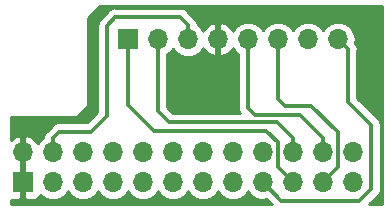
<source format=gbr>
G04 #@! TF.GenerationSoftware,KiCad,Pcbnew,(6.0.0-rc1-dev)*
G04 #@! TF.CreationDate,2018-07-25T09:22:39-05:00*
G04 #@! TF.ProjectId,Flir3,466C6972332E6B696361645F70636200,rev?*
G04 #@! TF.SameCoordinates,Original*
G04 #@! TF.FileFunction,Copper,L1,Top,Signal*
G04 #@! TF.FilePolarity,Positive*
%FSLAX46Y46*%
G04 Gerber Fmt 4.6, Leading zero omitted, Abs format (unit mm)*
G04 Created by KiCad (PCBNEW (6.0.0-rc1-dev)) date 07/25/18 09:22:39*
%MOMM*%
%LPD*%
G01*
G04 APERTURE LIST*
G04 #@! TA.AperFunction,ComponentPad*
%ADD10O,1.700000X1.700000*%
G04 #@! TD*
G04 #@! TA.AperFunction,ComponentPad*
%ADD11R,1.700000X1.700000*%
G04 #@! TD*
G04 #@! TA.AperFunction,Conductor*
%ADD12C,0.350000*%
G04 #@! TD*
G04 #@! TA.AperFunction,Conductor*
%ADD13C,0.250000*%
G04 #@! TD*
G04 #@! TA.AperFunction,Conductor*
%ADD14C,0.254000*%
G04 #@! TD*
G04 APERTURE END LIST*
D10*
G04 #@! TO.P,J1,8*
G04 #@! TO.N,Net-(J1-Pad8)*
X117094000Y-103733600D03*
G04 #@! TO.P,J1,7*
G04 #@! TO.N,Net-(J1-Pad7)*
X114554000Y-103733600D03*
G04 #@! TO.P,J1,6*
G04 #@! TO.N,Net-(J1-Pad6)*
X112014000Y-103733600D03*
G04 #@! TO.P,J1,5*
G04 #@! TO.N,Net-(J1-Pad5)*
X109474000Y-103733600D03*
G04 #@! TO.P,J1,4*
G04 #@! TO.N,GNDD*
X106934000Y-103733600D03*
G04 #@! TO.P,J1,3*
G04 #@! TO.N,+3V3*
X104394000Y-103733600D03*
G04 #@! TO.P,J1,2*
G04 #@! TO.N,Net-(J1-Pad2)*
X101854000Y-103733600D03*
D11*
G04 #@! TO.P,J1,1*
G04 #@! TO.N,Net-(J1-Pad1)*
X99314000Y-103733600D03*
G04 #@! TD*
D10*
G04 #@! TO.P,J2,24*
G04 #@! TO.N,Net-(J2-Pad24)*
X118364000Y-113284000D03*
G04 #@! TO.P,J2,23*
G04 #@! TO.N,Net-(J2-Pad23)*
X118364000Y-115824000D03*
G04 #@! TO.P,J2,22*
G04 #@! TO.N,Net-(J1-Pad5)*
X115824000Y-113284000D03*
G04 #@! TO.P,J2,21*
G04 #@! TO.N,Net-(J1-Pad6)*
X115824000Y-115824000D03*
G04 #@! TO.P,J2,20*
G04 #@! TO.N,Net-(J1-Pad2)*
X113284000Y-113284000D03*
G04 #@! TO.P,J2,19*
G04 #@! TO.N,Net-(J1-Pad1)*
X113284000Y-115824000D03*
G04 #@! TO.P,J2,18*
G04 #@! TO.N,Net-(J2-Pad18)*
X110744000Y-113284000D03*
G04 #@! TO.P,J2,17*
G04 #@! TO.N,Net-(J1-Pad8)*
X110744000Y-115824000D03*
G04 #@! TO.P,J2,16*
G04 #@! TO.N,Net-(J2-Pad16)*
X108204000Y-113284000D03*
G04 #@! TO.P,J2,15*
G04 #@! TO.N,Net-(J2-Pad15)*
X108204000Y-115824000D03*
G04 #@! TO.P,J2,14*
G04 #@! TO.N,Net-(J2-Pad14)*
X105664000Y-113284000D03*
G04 #@! TO.P,J2,13*
G04 #@! TO.N,Net-(J2-Pad13)*
X105664000Y-115824000D03*
G04 #@! TO.P,J2,12*
G04 #@! TO.N,Net-(J2-Pad12)*
X103124000Y-113284000D03*
G04 #@! TO.P,J2,11*
G04 #@! TO.N,Net-(J2-Pad11)*
X103124000Y-115824000D03*
G04 #@! TO.P,J2,10*
G04 #@! TO.N,Net-(J2-Pad10)*
X100584000Y-113284000D03*
G04 #@! TO.P,J2,9*
G04 #@! TO.N,Net-(J2-Pad9)*
X100584000Y-115824000D03*
G04 #@! TO.P,J2,8*
G04 #@! TO.N,SYS_5V*
X98044000Y-113284000D03*
G04 #@! TO.P,J2,7*
G04 #@! TO.N,Net-(J2-Pad7)*
X98044000Y-115824000D03*
G04 #@! TO.P,J2,6*
G04 #@! TO.N,+5V*
X95504000Y-113284000D03*
G04 #@! TO.P,J2,5*
G04 #@! TO.N,Net-(J2-Pad5)*
X95504000Y-115824000D03*
G04 #@! TO.P,J2,4*
G04 #@! TO.N,+3V3*
X92964000Y-113284000D03*
G04 #@! TO.P,J2,3*
G04 #@! TO.N,Net-(J2-Pad3)*
X92964000Y-115824000D03*
G04 #@! TO.P,J2,2*
G04 #@! TO.N,GNDD*
X90424000Y-113284000D03*
D11*
G04 #@! TO.P,J2,1*
X90424000Y-115824000D03*
G04 #@! TD*
D12*
G04 #@! TO.N,+3V3*
X93489119Y-111556800D02*
X92964000Y-112081919D01*
X96215200Y-111556800D02*
X93489119Y-111556800D01*
X104394000Y-103733600D02*
X104394000Y-102531519D01*
X92964000Y-112081919D02*
X92964000Y-113284000D01*
X104394000Y-102531519D02*
X103716481Y-101854000D01*
X103716481Y-101854000D02*
X98247200Y-101854000D01*
X98247200Y-101854000D02*
X97536000Y-102565200D01*
X97536000Y-102565200D02*
X97536000Y-110236000D01*
X97536000Y-110236000D02*
X96215200Y-111556800D01*
D13*
G04 #@! TO.N,GNDD*
X90424000Y-114710400D02*
X90424000Y-113284000D01*
X90424000Y-115824000D02*
X90424000Y-114710400D01*
D12*
G04 #@! TO.N,Net-(J1-Pad8)*
X117943999Y-104583599D02*
X117094000Y-103733600D01*
X112318800Y-117398800D02*
X118922800Y-117398800D01*
X110744000Y-115824000D02*
X112318800Y-117398800D01*
X118922800Y-117398800D02*
X119938800Y-116382800D01*
X119938800Y-116382800D02*
X119938800Y-110998000D01*
X119938800Y-110998000D02*
X117943999Y-109003199D01*
X117943999Y-109003199D02*
X117943999Y-104583599D01*
G04 #@! TO.N,Net-(J1-Pad1)*
X99314000Y-109253200D02*
X99314000Y-103733600D01*
X101516000Y-111455200D02*
X99314000Y-109253200D01*
X111048800Y-111455200D02*
X101516000Y-111455200D01*
X112014000Y-112420400D02*
X111048800Y-111455200D01*
X113284000Y-115824000D02*
X112014000Y-114554000D01*
X112014000Y-114554000D02*
X112014000Y-112420400D01*
G04 #@! TO.N,Net-(J1-Pad2)*
X101854000Y-109778800D02*
X101854000Y-103733600D01*
X102819200Y-110744000D02*
X101854000Y-109778800D01*
X111965314Y-110744000D02*
X102819200Y-110744000D01*
X113284000Y-113284000D02*
X113284000Y-112062686D01*
X113284000Y-112062686D02*
X111965314Y-110744000D01*
G04 #@! TO.N,Net-(J1-Pad6)*
X117094000Y-114554000D02*
X115824000Y-115824000D01*
X117094000Y-111607600D02*
X117094000Y-114554000D01*
X114858800Y-109372400D02*
X117094000Y-111607600D01*
X112623600Y-109372400D02*
X114858800Y-109372400D01*
X112014000Y-103733600D02*
X112014000Y-108762800D01*
X112014000Y-108762800D02*
X112623600Y-109372400D01*
G04 #@! TO.N,Net-(J1-Pad5)*
X109474000Y-109524800D02*
X109474000Y-103733600D01*
X110083600Y-110134400D02*
X109474000Y-109524800D01*
X113895714Y-110134400D02*
X110083600Y-110134400D01*
X115824000Y-113284000D02*
X115824000Y-112062686D01*
X115824000Y-112062686D02*
X113895714Y-110134400D01*
G04 #@! TD*
D14*
G04 #@! TO.N,GNDD*
G36*
X120803601Y-117704800D02*
X119762312Y-117704800D01*
X120455147Y-117011966D01*
X120522777Y-116966777D01*
X120701803Y-116698846D01*
X120748800Y-116462574D01*
X120748800Y-116462573D01*
X120764668Y-116382800D01*
X120748800Y-116303027D01*
X120748800Y-111077774D01*
X120764668Y-110998000D01*
X120701803Y-110681953D01*
X120567965Y-110481652D01*
X120522777Y-110414023D01*
X120455147Y-110368834D01*
X118753999Y-108667687D01*
X118753999Y-104663371D01*
X118769867Y-104583598D01*
X118716045Y-104313018D01*
X118707002Y-104267553D01*
X118548937Y-104030993D01*
X118608092Y-103733600D01*
X118492839Y-103154182D01*
X118164625Y-102662975D01*
X117673418Y-102334761D01*
X117240256Y-102248600D01*
X116947744Y-102248600D01*
X116514582Y-102334761D01*
X116023375Y-102662975D01*
X115824000Y-102961361D01*
X115624625Y-102662975D01*
X115133418Y-102334761D01*
X114700256Y-102248600D01*
X114407744Y-102248600D01*
X113974582Y-102334761D01*
X113483375Y-102662975D01*
X113284000Y-102961361D01*
X113084625Y-102662975D01*
X112593418Y-102334761D01*
X112160256Y-102248600D01*
X111867744Y-102248600D01*
X111434582Y-102334761D01*
X110943375Y-102662975D01*
X110744000Y-102961361D01*
X110544625Y-102662975D01*
X110053418Y-102334761D01*
X109620256Y-102248600D01*
X109327744Y-102248600D01*
X108894582Y-102334761D01*
X108403375Y-102662975D01*
X108190157Y-102982078D01*
X108129183Y-102852242D01*
X107700924Y-102461955D01*
X107290890Y-102292124D01*
X107061000Y-102413445D01*
X107061000Y-103606600D01*
X107081000Y-103606600D01*
X107081000Y-103860600D01*
X107061000Y-103860600D01*
X107061000Y-105053755D01*
X107290890Y-105175076D01*
X107700924Y-105005245D01*
X108129183Y-104614958D01*
X108190157Y-104485122D01*
X108403375Y-104804225D01*
X108664001Y-104978370D01*
X108664000Y-109445027D01*
X108648132Y-109524800D01*
X108664000Y-109604573D01*
X108710997Y-109840845D01*
X108773241Y-109934000D01*
X103154713Y-109934000D01*
X102664000Y-109443288D01*
X102664000Y-104978369D01*
X102924625Y-104804225D01*
X103124000Y-104505839D01*
X103323375Y-104804225D01*
X103814582Y-105132439D01*
X104247744Y-105218600D01*
X104540256Y-105218600D01*
X104973418Y-105132439D01*
X105464625Y-104804225D01*
X105677843Y-104485122D01*
X105738817Y-104614958D01*
X106167076Y-105005245D01*
X106577110Y-105175076D01*
X106807000Y-105053755D01*
X106807000Y-103860600D01*
X106787000Y-103860600D01*
X106787000Y-103606600D01*
X106807000Y-103606600D01*
X106807000Y-102413445D01*
X106577110Y-102292124D01*
X106167076Y-102461955D01*
X105738817Y-102852242D01*
X105677843Y-102982078D01*
X105464625Y-102662975D01*
X105212508Y-102494516D01*
X105157003Y-102215472D01*
X105023165Y-102015171D01*
X104977977Y-101947542D01*
X104910347Y-101902353D01*
X104345649Y-101337656D01*
X104300458Y-101270023D01*
X104032527Y-101090997D01*
X103796255Y-101044000D01*
X103796254Y-101044000D01*
X103716481Y-101028132D01*
X103636708Y-101044000D01*
X98326974Y-101044000D01*
X98247200Y-101028132D01*
X97931153Y-101090997D01*
X97794470Y-101182327D01*
X97663223Y-101270023D01*
X97618034Y-101337653D01*
X97019656Y-101936032D01*
X96952023Y-101981223D01*
X96772997Y-102249155D01*
X96748023Y-102374709D01*
X96710132Y-102565200D01*
X96726000Y-102644973D01*
X96726001Y-109900486D01*
X95879688Y-110746800D01*
X93568888Y-110746800D01*
X93489118Y-110730933D01*
X93409349Y-110746800D01*
X93409345Y-110746800D01*
X93173073Y-110793797D01*
X92905142Y-110972823D01*
X92859953Y-111040453D01*
X92447655Y-111452751D01*
X92380023Y-111497942D01*
X92200997Y-111765874D01*
X92157826Y-111982912D01*
X92145493Y-112044915D01*
X91893375Y-112213375D01*
X91680157Y-112532478D01*
X91619183Y-112402642D01*
X91190924Y-112012355D01*
X90780890Y-111842524D01*
X90551000Y-111963845D01*
X90551000Y-113157000D01*
X90571000Y-113157000D01*
X90571000Y-113411000D01*
X90551000Y-113411000D01*
X90551000Y-115697000D01*
X90571000Y-115697000D01*
X90571000Y-115951000D01*
X90551000Y-115951000D01*
X90551000Y-117150250D01*
X90709750Y-117309000D01*
X91400310Y-117309000D01*
X91633699Y-117212327D01*
X91812327Y-117033698D01*
X91878904Y-116872967D01*
X91893375Y-116894625D01*
X92384582Y-117222839D01*
X92817744Y-117309000D01*
X93110256Y-117309000D01*
X93543418Y-117222839D01*
X94034625Y-116894625D01*
X94234000Y-116596239D01*
X94433375Y-116894625D01*
X94924582Y-117222839D01*
X95357744Y-117309000D01*
X95650256Y-117309000D01*
X96083418Y-117222839D01*
X96574625Y-116894625D01*
X96774000Y-116596239D01*
X96973375Y-116894625D01*
X97464582Y-117222839D01*
X97897744Y-117309000D01*
X98190256Y-117309000D01*
X98623418Y-117222839D01*
X99114625Y-116894625D01*
X99314000Y-116596239D01*
X99513375Y-116894625D01*
X100004582Y-117222839D01*
X100437744Y-117309000D01*
X100730256Y-117309000D01*
X101163418Y-117222839D01*
X101654625Y-116894625D01*
X101854000Y-116596239D01*
X102053375Y-116894625D01*
X102544582Y-117222839D01*
X102977744Y-117309000D01*
X103270256Y-117309000D01*
X103703418Y-117222839D01*
X104194625Y-116894625D01*
X104394000Y-116596239D01*
X104593375Y-116894625D01*
X105084582Y-117222839D01*
X105517744Y-117309000D01*
X105810256Y-117309000D01*
X106243418Y-117222839D01*
X106734625Y-116894625D01*
X106934000Y-116596239D01*
X107133375Y-116894625D01*
X107624582Y-117222839D01*
X108057744Y-117309000D01*
X108350256Y-117309000D01*
X108783418Y-117222839D01*
X109274625Y-116894625D01*
X109474000Y-116596239D01*
X109673375Y-116894625D01*
X110164582Y-117222839D01*
X110597744Y-117309000D01*
X110890256Y-117309000D01*
X111051428Y-117276941D01*
X111479287Y-117704800D01*
X89406800Y-117704800D01*
X89406800Y-117292063D01*
X89447690Y-117309000D01*
X90138250Y-117309000D01*
X90297000Y-117150250D01*
X90297000Y-115951000D01*
X90277000Y-115951000D01*
X90277000Y-115697000D01*
X90297000Y-115697000D01*
X90297000Y-113411000D01*
X90277000Y-113411000D01*
X90277000Y-113157000D01*
X90297000Y-113157000D01*
X90297000Y-111963845D01*
X90067110Y-111842524D01*
X89657076Y-112012355D01*
X89406800Y-112240440D01*
X89406800Y-110336400D01*
X94621276Y-110336400D01*
X94691200Y-110350309D01*
X94761124Y-110336400D01*
X94761126Y-110336400D01*
X94968228Y-110295205D01*
X95203081Y-110138281D01*
X95242693Y-110078997D01*
X95702603Y-109619089D01*
X95761880Y-109579481D01*
X95801488Y-109520204D01*
X95801491Y-109520201D01*
X95918805Y-109344628D01*
X95973909Y-109067600D01*
X95960000Y-108997674D01*
X95960000Y-101944890D01*
X96966491Y-100938400D01*
X120803600Y-100938400D01*
X120803601Y-117704800D01*
X120803601Y-117704800D01*
G37*
X120803601Y-117704800D02*
X119762312Y-117704800D01*
X120455147Y-117011966D01*
X120522777Y-116966777D01*
X120701803Y-116698846D01*
X120748800Y-116462574D01*
X120748800Y-116462573D01*
X120764668Y-116382800D01*
X120748800Y-116303027D01*
X120748800Y-111077774D01*
X120764668Y-110998000D01*
X120701803Y-110681953D01*
X120567965Y-110481652D01*
X120522777Y-110414023D01*
X120455147Y-110368834D01*
X118753999Y-108667687D01*
X118753999Y-104663371D01*
X118769867Y-104583598D01*
X118716045Y-104313018D01*
X118707002Y-104267553D01*
X118548937Y-104030993D01*
X118608092Y-103733600D01*
X118492839Y-103154182D01*
X118164625Y-102662975D01*
X117673418Y-102334761D01*
X117240256Y-102248600D01*
X116947744Y-102248600D01*
X116514582Y-102334761D01*
X116023375Y-102662975D01*
X115824000Y-102961361D01*
X115624625Y-102662975D01*
X115133418Y-102334761D01*
X114700256Y-102248600D01*
X114407744Y-102248600D01*
X113974582Y-102334761D01*
X113483375Y-102662975D01*
X113284000Y-102961361D01*
X113084625Y-102662975D01*
X112593418Y-102334761D01*
X112160256Y-102248600D01*
X111867744Y-102248600D01*
X111434582Y-102334761D01*
X110943375Y-102662975D01*
X110744000Y-102961361D01*
X110544625Y-102662975D01*
X110053418Y-102334761D01*
X109620256Y-102248600D01*
X109327744Y-102248600D01*
X108894582Y-102334761D01*
X108403375Y-102662975D01*
X108190157Y-102982078D01*
X108129183Y-102852242D01*
X107700924Y-102461955D01*
X107290890Y-102292124D01*
X107061000Y-102413445D01*
X107061000Y-103606600D01*
X107081000Y-103606600D01*
X107081000Y-103860600D01*
X107061000Y-103860600D01*
X107061000Y-105053755D01*
X107290890Y-105175076D01*
X107700924Y-105005245D01*
X108129183Y-104614958D01*
X108190157Y-104485122D01*
X108403375Y-104804225D01*
X108664001Y-104978370D01*
X108664000Y-109445027D01*
X108648132Y-109524800D01*
X108664000Y-109604573D01*
X108710997Y-109840845D01*
X108773241Y-109934000D01*
X103154713Y-109934000D01*
X102664000Y-109443288D01*
X102664000Y-104978369D01*
X102924625Y-104804225D01*
X103124000Y-104505839D01*
X103323375Y-104804225D01*
X103814582Y-105132439D01*
X104247744Y-105218600D01*
X104540256Y-105218600D01*
X104973418Y-105132439D01*
X105464625Y-104804225D01*
X105677843Y-104485122D01*
X105738817Y-104614958D01*
X106167076Y-105005245D01*
X106577110Y-105175076D01*
X106807000Y-105053755D01*
X106807000Y-103860600D01*
X106787000Y-103860600D01*
X106787000Y-103606600D01*
X106807000Y-103606600D01*
X106807000Y-102413445D01*
X106577110Y-102292124D01*
X106167076Y-102461955D01*
X105738817Y-102852242D01*
X105677843Y-102982078D01*
X105464625Y-102662975D01*
X105212508Y-102494516D01*
X105157003Y-102215472D01*
X105023165Y-102015171D01*
X104977977Y-101947542D01*
X104910347Y-101902353D01*
X104345649Y-101337656D01*
X104300458Y-101270023D01*
X104032527Y-101090997D01*
X103796255Y-101044000D01*
X103796254Y-101044000D01*
X103716481Y-101028132D01*
X103636708Y-101044000D01*
X98326974Y-101044000D01*
X98247200Y-101028132D01*
X97931153Y-101090997D01*
X97794470Y-101182327D01*
X97663223Y-101270023D01*
X97618034Y-101337653D01*
X97019656Y-101936032D01*
X96952023Y-101981223D01*
X96772997Y-102249155D01*
X96748023Y-102374709D01*
X96710132Y-102565200D01*
X96726000Y-102644973D01*
X96726001Y-109900486D01*
X95879688Y-110746800D01*
X93568888Y-110746800D01*
X93489118Y-110730933D01*
X93409349Y-110746800D01*
X93409345Y-110746800D01*
X93173073Y-110793797D01*
X92905142Y-110972823D01*
X92859953Y-111040453D01*
X92447655Y-111452751D01*
X92380023Y-111497942D01*
X92200997Y-111765874D01*
X92157826Y-111982912D01*
X92145493Y-112044915D01*
X91893375Y-112213375D01*
X91680157Y-112532478D01*
X91619183Y-112402642D01*
X91190924Y-112012355D01*
X90780890Y-111842524D01*
X90551000Y-111963845D01*
X90551000Y-113157000D01*
X90571000Y-113157000D01*
X90571000Y-113411000D01*
X90551000Y-113411000D01*
X90551000Y-115697000D01*
X90571000Y-115697000D01*
X90571000Y-115951000D01*
X90551000Y-115951000D01*
X90551000Y-117150250D01*
X90709750Y-117309000D01*
X91400310Y-117309000D01*
X91633699Y-117212327D01*
X91812327Y-117033698D01*
X91878904Y-116872967D01*
X91893375Y-116894625D01*
X92384582Y-117222839D01*
X92817744Y-117309000D01*
X93110256Y-117309000D01*
X93543418Y-117222839D01*
X94034625Y-116894625D01*
X94234000Y-116596239D01*
X94433375Y-116894625D01*
X94924582Y-117222839D01*
X95357744Y-117309000D01*
X95650256Y-117309000D01*
X96083418Y-117222839D01*
X96574625Y-116894625D01*
X96774000Y-116596239D01*
X96973375Y-116894625D01*
X97464582Y-117222839D01*
X97897744Y-117309000D01*
X98190256Y-117309000D01*
X98623418Y-117222839D01*
X99114625Y-116894625D01*
X99314000Y-116596239D01*
X99513375Y-116894625D01*
X100004582Y-117222839D01*
X100437744Y-117309000D01*
X100730256Y-117309000D01*
X101163418Y-117222839D01*
X101654625Y-116894625D01*
X101854000Y-116596239D01*
X102053375Y-116894625D01*
X102544582Y-117222839D01*
X102977744Y-117309000D01*
X103270256Y-117309000D01*
X103703418Y-117222839D01*
X104194625Y-116894625D01*
X104394000Y-116596239D01*
X104593375Y-116894625D01*
X105084582Y-117222839D01*
X105517744Y-117309000D01*
X105810256Y-117309000D01*
X106243418Y-117222839D01*
X106734625Y-116894625D01*
X106934000Y-116596239D01*
X107133375Y-116894625D01*
X107624582Y-117222839D01*
X108057744Y-117309000D01*
X108350256Y-117309000D01*
X108783418Y-117222839D01*
X109274625Y-116894625D01*
X109474000Y-116596239D01*
X109673375Y-116894625D01*
X110164582Y-117222839D01*
X110597744Y-117309000D01*
X110890256Y-117309000D01*
X111051428Y-117276941D01*
X111479287Y-117704800D01*
X89406800Y-117704800D01*
X89406800Y-117292063D01*
X89447690Y-117309000D01*
X90138250Y-117309000D01*
X90297000Y-117150250D01*
X90297000Y-115951000D01*
X90277000Y-115951000D01*
X90277000Y-115697000D01*
X90297000Y-115697000D01*
X90297000Y-113411000D01*
X90277000Y-113411000D01*
X90277000Y-113157000D01*
X90297000Y-113157000D01*
X90297000Y-111963845D01*
X90067110Y-111842524D01*
X89657076Y-112012355D01*
X89406800Y-112240440D01*
X89406800Y-110336400D01*
X94621276Y-110336400D01*
X94691200Y-110350309D01*
X94761124Y-110336400D01*
X94761126Y-110336400D01*
X94968228Y-110295205D01*
X95203081Y-110138281D01*
X95242693Y-110078997D01*
X95702603Y-109619089D01*
X95761880Y-109579481D01*
X95801488Y-109520204D01*
X95801491Y-109520201D01*
X95918805Y-109344628D01*
X95973909Y-109067600D01*
X95960000Y-108997674D01*
X95960000Y-101944890D01*
X96966491Y-100938400D01*
X120803600Y-100938400D01*
X120803601Y-117704800D01*
G04 #@! TD*
M02*

</source>
